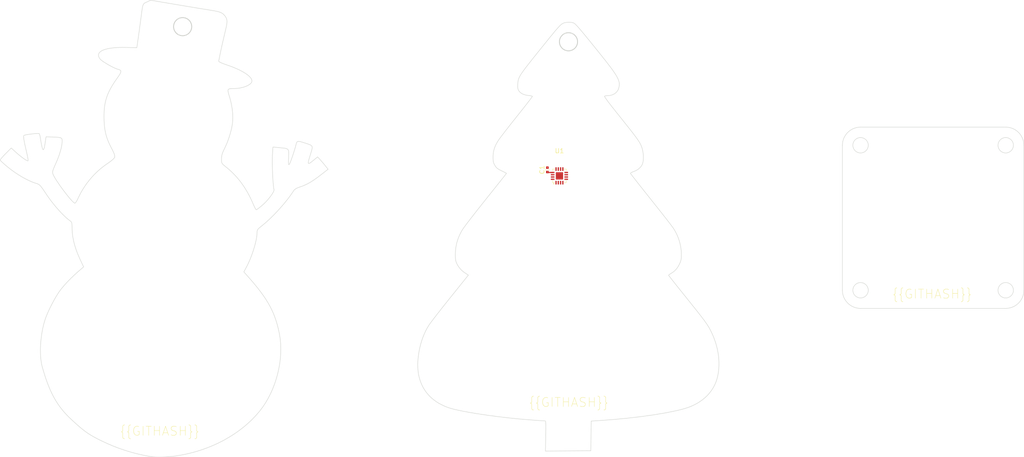
<source format=kicad_pcb>
(kicad_pcb (version 20221018) (generator pcbnew)
  (layers (0 "F.Cu" signal) (31 "B.Cu" signal) (34 "B.Paste" user) (35 "F.Paste" user) (36 "B.SilkS" user "B.Silkscreen") (37 "F.SilkS" user "F.Silkscreen") (38 "B.Mask" user) (39 "F.Mask" user) (44 "Edge.Cuts" user))
  (net 0 "")
  (net 1 "gnd")
  (net 2 "vcc-4")
  (net 3 "sck")
  (net 4 "n_c")
  (net 5 "vcc")
  (net 6 "sclk")
  (net 7 "mgl")
  (net 8 "pwm")
  (net 9 "miso")
  (net 10 "vcc-2")
  (net 11 "cs")
  (net 12 "mosi")
  (net 13 "vcc-3")
  (net 14 "vcc-1")
  (net 15 "ssd")
  (footprint "lib:VQFN-16_L3.0-W3.0-P0.50-BL-EP1.6" (layer "F.Cu") (at 159.235 88.545)
    (fp_text reference "U1" (at 0 -5.5) (layer "F.SilkS"))
    (fp_text value "")
    (fp_line (start -1.5 -1.5) (end -1.5 -1.04) (stroke (width 0.1)) (layer "F.SilkS"))
    (fp_line (start -1.5 -1.5) (end -1.05 -1.5) (stroke (width 0.1)) (layer "F.SilkS"))
    (fp_line (start -1.5 1.04) (end -1.5 1.5) (stroke (width 0.1)) (layer "F.SilkS"))
    (fp_line (start -1.5 1.5) (end -1.05 1.5) (stroke (width 0.1)) (layer "F.SilkS"))
    (fp_line (start 1.04 -1.5) (end 1.5 -1.5) (stroke (width 0.1)) (layer "F.SilkS"))
    (fp_line (start 1.04 1.5) (end 1.5 1.5) (stroke (width 0.1)) (layer "F.SilkS"))
    (fp_line (start 1.5 -1.04) (end 1.5 -1.5) (stroke (width 0.1)) (layer "F.SilkS"))
    (fp_line (start 1.5 1.5) (end 1.5 1.04) (stroke (width 0.1)) (layer "F.SilkS"))
    (fp_arc (start -1.25 1.74) (mid -1.245 1.75866) (end -1.25866 1.745) (stroke (width 0.25)) (layer "F.SilkS"))
    (pad "1" smd rect (at -0.75 1.5) (size 0.28 0.8) (layers "F.Cu" "F.Paste" "F.Mask") (net 15 "ssd"))
    (pad "2" smd rect (at -0.25 1.5) (size 0.28 0.8) (layers "F.Cu" "F.Paste" "F.Mask") (net 14 "vcc-1"))
    (pad "3" smd rect (at 0.25 1.5) (size 0.28 0.8) (layers "F.Cu" "F.Paste" "F.Mask") (net 13 "vcc-3"))
    (pad "4" smd rect (at 0.75 1.5) (size 0.28 0.8) (layers "F.Cu" "F.Paste" "F.Mask") (net 12 "mosi"))
    (pad "5" smd rect (at 1.5 0.75) (size 0.8 0.28) (layers "F.Cu" "F.Paste" "F.Mask") (net 11 "cs"))
    (pad "6" smd rect (at 1.5 0.25) (size 0.8 0.28) (layers "F.Cu" "F.Paste" "F.Mask") (net 10 "vcc-2"))
    (pad "7" smd rect (at 1.5 -0.25) (size 0.8 0.28) (layers "F.Cu" "F.Paste" "F.Mask") (net 9 "miso"))
    (pad "8" smd rect (at 1.5 -0.75) (size 0.8 0.28) (layers "F.Cu" "F.Paste" "F.Mask") (net 1 "gnd"))
    (pad "9" smd rect (at 0.75 -1.5) (size 0.28 0.8) (layers "F.Cu" "F.Paste" "F.Mask") (net 8 "pwm"))
    (pad "10" smd rect (at 0.25 -1.5) (size 0.28 0.8) (layers "F.Cu" "F.Paste" "F.Mask") (net 1 "gnd"))
    (pad "11" smd rect (at -0.25 -1.5) (size 0.28 0.8) (layers "F.Cu" "F.Paste" "F.Mask") (net 7 "mgl"))
    (pad "12" smd rect (at -0.75 -1.5) (size 0.28 0.8) (layers "F.Cu" "F.Paste" "F.Mask") (net 6 "sclk"))
    (pad "13" smd rect (at -1.5 -0.75) (size 0.8 0.28) (layers "F.Cu" "F.Paste" "F.Mask") (net 5 "vcc"))
    (pad "14" smd rect (at -1.5 -0.25) (size 0.8 0.28) (layers "F.Cu" "F.Paste" "F.Mask") (net 4 "n_c"))
    (pad "15" smd rect (at -1.5 0.25) (size 0.8 0.28) (layers "F.Cu" "F.Paste" "F.Mask") (net 3 "sck"))
    (pad "16" smd rect (at -1.5 0.75) (size 0.8 0.28) (layers "F.Cu" "F.Paste" "F.Mask") (net 2 "vcc-4"))
    (pad "17" smd rect (at 0 0 90) (size 1.6 1.6) (layers "F.Cu" "F.Paste" "F.Mask") (net 1 "gnd"))
  )
  (footprint "lib:C0402" (layer "F.Cu") (at 156.569325 87.212516 90)
    (fp_text reference "C1" (at 0 -1.16 90) (layer "F.SilkS"))
    (fp_text value "25V 1uF X5R ±10% 0402  Multilayer Ceramic Capacitors MLCC - SMD/SMT ROHS")
    (fp_line (start -0.107836 -0.36) (end 0.107836 -0.36) (stroke (width 0.12)) (layer "F.SilkS"))
    (fp_line (start -0.107836 0.36) (end 0.107836 0.36) (stroke (width 0.12)) (layer "F.SilkS"))
    (pad "1" smd roundrect (at -0.48 0 90) (size 0.56 0.62) (layers "F.Cu" "F.Paste" "F.Mask") (net 5 "vcc"))
    (pad "2" smd roundrect (at 0.48 0 90) (size 0.56 0.62) (layers "F.Cu" "F.Paste" "F.Mask") (net 1 "gnd"))
  )
  (gr_circle (center 225.62 81.79) (end 227.32 81.79) (stroke (width 0.1)) (fill none) (layer "Edge.Cuts"))
  (gr_circle (center 257.62 113.79) (end 259.32 113.79) (stroke (width 0.1)) (fill none) (layer "Edge.Cuts"))
  (gr_circle (center 257.62 81.79) (end 259.32 81.79) (stroke (width 0.1)) (fill none) (layer "Edge.Cuts"))
  (gr_poly (pts (xy 75.142222 50.797022) (xy 79.756606 51.568267) (xy 82.366969 51.99203) (xy 83.019066 52.095762) (xy 83.303876 52.146979) (xy 83.563537 52.198618) (xy 83.799806 52.251323) (xy 84.01444 52.305736) (xy 84.209196 52.362498) (xy 84.385831 52.422252) (xy 84.546102 52.485641) (xy 84.691766 52.553306) (xy 84.824581 52.62589) (xy 84.946303 52.704035) (xy 85.05869 52.788383) (xy 85.163499 52.879577) (xy 85.262486 52.978258) (xy 85.357409 53.08507) (xy 85.479286 53.234958) (xy 85.586233 53.378736) (xy 85.634185 53.44915) (xy 85.678498 53.519015) (xy 85.719202 53.588656) (xy 85.75633 53.658402) (xy 85.789911 53.728576) (xy 85.819976 53.799506) (xy 85.846558 53.871517) (xy 85.869686 53.944936) (xy 85.889392 54.020089) (xy 85.905707 54.097301) (xy 85.918662 54.176899) (xy 85.928287 54.259209) (xy 85.934615 54.344557) (xy 85.937675 54.433269) (xy 85.937499 54.525672) (xy 85.934119 54.62209) (xy 85.927564 54.722851) (xy 85.917866 54.82828) (xy 85.889166 55.054449) (xy 85.848266 55.303204) (xy 85.795414 55.577155) (xy 85.730859 55.878909) (xy 85.654849 56.211077) (xy 84.878546 59.55341) (xy 84.657875 60.550977) (xy 84.450892 61.532488) (xy 84.331406 62.116419) (xy 84.229648 62.629765) (xy 84.15639 63.017063) (xy 84.122409 63.222849) (xy 84.123062 63.236814) (xy 84.127967 63.251873) (xy 84.137065 63.268001) (xy 84.150302 63.285171) (xy 84.167619 63.303357) (xy 84.188962 63.322534) (xy 84.214273 63.342674) (xy 84.243497 63.363751) (xy 84.313454 63.408613) (xy 84.398381 63.456909) (xy 84.497828 63.50843) (xy 84.611342 63.562966) (xy 84.738473 63.620306) (xy 84.878767 63.680241) (xy 85.031775 63.742561) (xy 85.197043 63.807056) (xy 85.374121 63.873515) (xy 85.562558 63.94173) (xy 85.7619 64.011489) (xy 85.971698 64.082583) (xy 86.585981 64.296029) (xy 87.172975 64.516947) (xy 87.730729 64.744054) (xy 88.257293 64.976069) (xy 88.75072 65.211708) (xy 89.209058 65.449689) (xy 89.63036 65.68873) (xy 90.012676 65.927548) (xy 90.354056 66.16486) (xy 90.652552 66.399385) (xy 90.906214 66.629839) (xy 91.113092 66.85494) (xy 91.271238 67.073405) (xy 91.378702 67.283953) (xy 91.412819 67.385857) (xy 91.433535 67.485301) (xy 91.440605 67.582123) (xy 91.433787 67.676165) (xy 91.41712 67.753004) (xy 91.390362 67.829368) (xy 91.35383 67.905131) (xy 91.307839 67.980165) (xy 91.252707 68.054343) (xy 91.188749 68.12754) (xy 91.116281 68.199626) (xy 91.03562 68.270477) (xy 90.947082 68.339964) (xy 90.850984 68.407961) (xy 90.747641 68.47434) (xy 90.637371 68.538975) (xy 90.520488 68.601739) (xy 90.39731 68.662505) (xy 90.268153 68.721145) (xy 90.133332 68.777534) (xy 89.993165 68.831543) (xy 89.847967 68.883047) (xy 89.543745 68.978027) (xy 89.223197 69.06146) (xy 88.888852 69.132329) (xy 88.54324 69.189618) (xy 88.188892 69.232313) (xy 88.009232 69.24787) (xy 87.828337 69.259397) (xy 87.646523 69.266767) (xy 87.464106 69.269854) (xy 87.202959 69.272042) (xy 86.97453 69.277492) (xy 86.777472 69.288473) (xy 86.690288 69.296746) (xy 86.610443 69.307253) (xy 86.537768 69.320276) (xy 86.472096 69.3361) (xy 86.413258 69.355009) (xy 86.361087 69.377285) (xy 86.315414 69.403211) (xy 86.276071 69.433073) (xy 86.24289 69.467154) (xy 86.215703 69.505736) (xy 86.194342 69.549103) (xy 86.178638 69.59754) (xy 86.168424 69.65133) (xy 86.163532 69.710755) (xy 86.163793 69.776101) (xy 86.169039 69.847649) (xy 86.179102 69.925685) (xy 86.193814 70.010491) (xy 86.236514 70.20155) (xy 86.295792 70.423093) (xy 86.370304 70.677389) (xy 86.458705 70.966708) (xy 86.582128 71.384478) (xy 86.694998 71.803093) (xy 86.797211 72.221567) (xy 86.888665 72.638919) (xy 86.969257 73.054166) (xy 87.038885 73.466323) (xy 87.097447 73.874409) (xy 87.144838 74.277439) (xy 87.180958 74.674432) (xy 87.205702 75.064404) (xy 87.21897 75.446371) (xy 87.220657 75.819352) (xy 87.210662 76.182361) (xy 87.188881 76.534418) (xy 87.155212 76.874538) (xy 87.109553 77.201739) (xy 86.986123 77.871628) (xy 86.830027 78.558912) (xy 86.643845 79.255662) (xy 86.430157 79.953949) (xy 86.19154 80.645848) (xy 85.930575 81.323429) (xy 85.649841 81.978766) (xy 85.351916 82.60393) (xy 85.189192 82.938586) (xy 85.118752 83.093315) (xy 85.055229 83.240939) (xy 84.998352 83.382431) (xy 84.947849 83.518761) (xy 84.903447 83.650903) (xy 84.864875 83.779828) (xy 84.831859 83.906506) (xy 84.804129 84.031911) (xy 84.781412 84.157013) (xy 84.763435 84.282785) (xy 84.749927 84.410197) (xy 84.740615 84.540223) (xy 84.735228 84.673833) (xy 84.733493 84.811999) (xy 84.736223 85.129082) (xy 84.741369 85.261496) (xy 84.750575 85.379459) (xy 84.764997 85.485194) (xy 84.774524 85.534172) (xy 84.785789 85.580928) (xy 84.798934 85.625739) (xy 84.814106 85.668884) (xy 84.831447 85.710641) (xy 84.851104 85.751288) (xy 84.873219 85.791103) (xy 84.897937 85.830364) (xy 84.925403 85.869349) (xy 84.955761 85.908337) (xy 84.989155 85.947605) (xy 85.02573 85.987432) (xy 85.109 86.069873) (xy 85.206725 86.157886) (xy 85.320061 86.253696) (xy 85.598185 86.477602) (xy 86.096863 86.886277) (xy 86.577755 87.306529) (xy 87.04138 87.739064) (xy 87.488258 88.184586) (xy 87.918909 88.6438) (xy 88.333852 89.117412) (xy 88.733607 89.606125) (xy 89.118694 90.110646) (xy 89.489632 90.631678) (xy 89.846941 91.169927) (xy 90.19114 91.726098) (xy 90.52275 92.300895) (xy 90.84229 92.895024) (xy 91.150279 93.509189) (xy 91.447237 94.144095) (xy 91.733683 94.800448) (xy 91.84059 95.047283) (xy 91.945802 95.277558) (xy 92.046625 95.486234) (xy 92.140364 95.668271) (xy 92.224324 95.818627) (xy 92.295813 95.932265) (xy 92.326039 95.973739) (xy 92.352136 96.004143) (xy 92.373767 96.022848) (xy 92.382804 96.027616) (xy 92.390597 96.029223) (xy 92.399173 96.028006) (xy 92.410522 96.024397) (xy 92.441219 96.010237) (xy 92.482045 95.987221) (xy 92.53236 95.955824) (xy 92.591521 95.916524) (xy 92.658887 95.869798) (xy 92.815666 95.755976) (xy 92.997564 95.618173) (xy 93.199447 95.460204) (xy 93.416182 95.285885) (xy 93.642634 95.099032) (xy 93.891007 94.882848) (xy 94.141366 94.648628) (xy 94.390948 94.400061) (xy 94.636991 94.140836) (xy 94.87673 93.874641) (xy 95.107403 93.605164) (xy 95.326247 93.336095) (xy 95.530498 93.071122) (xy 95.717394 92.813933) (xy 95.884171 92.568218) (xy 96.028066 92.337665) (xy 96.146316 92.125962) (xy 96.236159 91.936798) (xy 96.294829 91.773863) (xy 96.311612 91.703383) (xy 96.319566 91.640844) (xy 96.318345 91.586706) (xy 96.307605 91.54143) (xy 96.264441 91.378418) (xy 96.221593 91.121805) (xy 96.138989 90.373142) (xy 96.064068 89.386161) (xy 96.001109 88.251583) (xy 95.954389 87.060129) (xy 95.928186 85.902519) (xy 95.926777 84.869474) (xy 95.95444 84.051714) (xy 96.07471 82.177477) (xy 97.36716 82.304781) (xy 98.13507 82.379263) (xy 98.441266 82.413109) (xy 98.700599 82.449744) (xy 98.916803 82.492956) (xy 99.009898 82.518212) (xy 99.09361 82.546534) (xy 99.168406 82.578395) (xy 99.234753 82.614268) (xy 99.293117 82.654627) (xy 99.343964 82.699946) (xy 99.387763 82.750698) (xy 99.424978 82.807357) (xy 99.456076 82.870396) (xy 99.481525 82.94029) (xy 99.501791 83.017511) (xy 99.51734 83.102533) (xy 99.536155 83.297877) (xy 99.541702 83.530109) (xy 99.537716 83.803018) (xy 99.51607 84.486025) (xy 99.501811 85.019341) (xy 99.495778 85.429631) (xy 99.49953 85.727933) (xy 99.505563 85.838537) (xy 99.514626 85.925284) (xy 99.526915 85.989553) (xy 99.542625 86.032723) (xy 99.551823 86.046828) (xy 99.56195 86.056175) (xy 99.573029 86.060938) (xy 99.585085 86.061289) (xy 99.612224 86.049443) (xy 99.643564 86.022019) (xy 99.679299 85.980395) (xy 99.719623 85.925951) (xy 99.770963 85.835961) (xy 99.83738 85.6921) (xy 100.00736 85.267042) (xy 100.213404 84.699332) (xy 100.439353 84.037526) (xy 100.669049 83.330178) (xy 100.886332 82.625845) (xy 101.075044 81.973082) (xy 101.219027 81.420443) (xy 101.232451 81.367288) (xy 101.246658 81.317349) (xy 101.261814 81.270604) (xy 101.278084 81.227032) (xy 101.295634 81.186611) (xy 101.314631 81.149321) (xy 101.33524 81.115138) (xy 101.357628 81.084043) (xy 101.381959 81.056013) (xy 101.4084 81.031027) (xy 101.437117 81.009064) (xy 101.468275 80.990102) (xy 101.502041 80.974119) (xy 101.538581 80.961095) (xy 101.578059 80.951007) (xy 101.620643 80.943835) (xy 101.666497 80.939556) (xy 101.715788 80.938149) (xy 101.768682 80.939594) (xy 101.825345 80.943867) (xy 101.885942 80.950949) (xy 101.950639 80.960817) (xy 102.019603 80.97345) (xy 102.092998 80.988826) (xy 102.170992 81.006924) (xy 102.253749 81.027723) (xy 102.434219 81.077337) (xy 102.635734 81.137495) (xy 102.859622 81.208025) (xy 103.581471 81.438726) (xy 103.868146 81.535185) (xy 104.108644 81.625316) (xy 104.212356 81.669476) (xy 104.305459 81.713816) (xy 104.388264 81.758923) (xy 104.461082 81.805384) (xy 104.524226 81.853787) (xy 104.578006 81.904719) (xy 104.622735 81.958768) (xy 104.658725 82.01652) (xy 104.686285 82.078563) (xy 104.705729 82.145484) (xy 104.717368 82.217871) (xy 104.721513 82.296311) (xy 104.718476 82.381392) (xy 104.708568 82.4737) (xy 104.692102 82.573823) (xy 104.669388 82.682348) (xy 104.606464 82.926954) (xy 104.522289 83.212218) (xy 104.300158 83.92351) (xy 104.076968 84.658354) (xy 103.993442 84.95378) (xy 103.929762 85.203046) (xy 103.886777 85.407528) (xy 103.865337 85.568604) (xy 103.862962 85.633296) (xy 103.866292 85.687652) (xy 103.875434 85.731846) (xy 103.890492 85.766049) (xy 103.911574 85.790433) (xy 103.938786 85.805172) (xy 103.972234 85.810436) (xy 104.012025 85.806398) (xy 104.058263 85.79323) (xy 104.111056 85.771105) (xy 104.236732 85.700671) (xy 104.3899 85.596472) (xy 104.571411 85.459887) (xy 105.02286 85.095065) (xy 105.918216 84.355181) (xy 106.388476 84.86751) (xy 106.496975 84.987739) (xy 106.625318 85.133369) (xy 106.92254 85.478508) (xy 107.242155 85.858286) (xy 107.546176 86.22806) (xy 108.2336 87.076296) (xy 106.72333 88.254687) (xy 106.031007 88.783192) (xy 105.392025 89.245391) (xy 105.089314 89.453516) (xy 104.796071 89.647331) (xy 104.511007 89.827593) (xy 104.232833 89.995056) (xy 103.960259 90.150478) (xy 103.691998 90.294613) (xy 103.426759 90.428217) (xy 103.163254 90.552046) (xy 102.900193 90.666855) (xy 102.636288 90.773401) (xy 102.370249 90.872439) (xy 102.100787 90.964724) (xy 101.955978 91.013649) (xy 101.818902 91.062832) (xy 101.689432 91.112348) (xy 101.567439 91.162273) (xy 101.452795 91.212683) (xy 101.345371 91.263651) (xy 101.245039 91.315254) (xy 101.151671 91.367567) (xy 101.065138 91.420665) (xy 100.985313 91.474624) (xy 100.912065 91.529517) (xy 100.845269 91.585421) (xy 100.784794 91.642412) (xy 100.730512 91.700563) (xy 100.682296 91.759951) (xy 100.640017 91.82065) (xy 100.313962 92.312951) (xy 99.958065 92.82026) (xy 99.575318 93.339289) (xy 99.168711 93.866747) (xy 98.741234 94.399346) (xy 98.295878 94.933795) (xy 97.835635 95.466804) (xy 97.363494 95.995083) (xy 96.882446 96.515343) (xy 96.395482 97.024295) (xy 95.905593 97.518647) (xy 95.415769 97.995111) (xy 94.929002 98.450396) (xy 94.44828 98.881213) (xy 93.976596 99.284272) (xy 93.51694 99.656283) (xy 93.364132 99.777198) (xy 93.228349 99.887118) (xy 93.108601 99.987555) (xy 93.003899 100.080022) (xy 92.913256 100.166032) (xy 92.835682 100.247098) (xy 92.770188 100.324733) (xy 92.741662 100.362737) (xy 92.715786 100.40045) (xy 92.692435 100.438062) (xy 92.671487 100.475762) (xy 92.652817 100.513738) (xy 92.636302 100.552181) (xy 92.621819 100.591279) (xy 92.609244 100.631221) (xy 92.589322 100.714395) (xy 92.575548 100.803215) (xy 92.566934 100.899195) (xy 92.56249 101.003847) (xy 92.561229 101.118685) (xy 92.548214 101.459191) (xy 92.510172 101.840399) (xy 92.448603 102.257479) (xy 92.365007 102.705605) (xy 92.260885 103.179948) (xy 92.137739 103.675679) (xy 91.997068 104.187971) (xy 91.840373 104.711996) (xy 91.669155 105.242926) (xy 91.484915 105.775933) (xy 91.289154 106.306188) (xy 91.083372 106.828864) (xy 90.86907 107.339132) (xy 90.647749 107.832164) (xy 90.420909 108.303133) (xy 90.190051 108.74721) (xy 89.658061 109.729433) (xy 90.799319 111.025652) (xy 91.552256 111.894452) (xy 92.247519 112.726345) (xy 92.887901 113.52649) (xy 93.476195 114.300047) (xy 94.015193 115.052178) (xy 94.507688 115.788042) (xy 94.956473 116.5128) (xy 95.364341 117.231612) (xy 95.734083 117.949638) (xy 96.068493 118.672038) (xy 96.370364 119.403974) (xy 96.642488 120.150605) (xy 96.887657 120.917091) (xy 97.108665 121.708593) (xy 97.308304 122.530271) (xy 97.489367 123.387286) (xy 97.659586 124.435519) (xy 97.764545 125.512723) (xy 97.805707 126.613102) (xy 97.784533 127.73086) (xy 97.702485 128.860202) (xy 97.561026 129.995332) (xy 97.361618 131.130454) (xy 97.105722 132.259774) (xy 96.794801 133.377494) (xy 96.430316 134.47782) (xy 96.01373 135.554956) (xy 95.546505 136.603107) (xy 95.030102 137.616476) (xy 94.465984 138.589268) (xy 93.855613 139.515689) (xy 93.20045 140.389941) (xy 92.386005 141.350273) (xy 91.510226 142.273552) (xy 90.576227 143.158109) (xy 89.587122 144.002278) (xy 88.546024 144.80439) (xy 87.456048 145.562779) (xy 86.320308 146.275777) (xy 85.141916 146.941716) (xy 83.923988 147.558929) (xy 82.669636 148.125749) (xy 81.381976 148.640508) (xy 80.06412 149.101539) (xy 78.719182 149.507174) (xy 77.350277 149.855747) (xy 75.960518 150.145589) (xy 74.553019 150.375033) (xy 73.862872 150.459306) (xy 73.131633 150.525975) (xy 72.383923 150.574372) (xy 71.644361 150.603827) (xy 70.93757 150.613671) (xy 70.288169 150.603235) (xy 69.720779 150.57185) (xy 69.475532 150.548093) (xy 69.26002 150.518847) (xy 69.260051 150.518832) (xy 67.831835 150.262486) (xy 66.416949 149.953785) (xy 65.016193 149.592984) (xy 63.630368 149.180338) (xy 62.260274 148.716103) (xy 60.90671 148.200532) (xy 59.570477 147.633881) (xy 58.252375 147.016405) (xy 57.283074 146.528505) (xy 56.847829 146.298277) (xy 56.438641 146.072324) (xy 56.050351 145.846994) (xy 55.6778 145.618633) (xy 55.315827 145.383588) (xy 54.959273 145.138205) (xy 54.602979 144.87883) (xy 54.241783 144.601811) (xy 53.870528 144.303492) (xy 53.484054 143.980222) (xy 52.644807 143.244211) (xy 51.682765 142.36455) (xy 51.097036 141.804159) (xy 50.54538 141.238954) (xy 50.025658 140.665073) (xy 49.535731 140.078649) (xy 49.07346 139.475819) (xy 48.636705 138.852719) (xy 48.223328 138.205483) (xy 47.831189 137.530249) (xy 47.458149 136.823151) (xy 47.10207 136.080325) (xy 46.760812 135.297907) (xy 46.432236 134.472032) (xy 46.114202 133.598836) (xy 45.804573 132.674455) (xy 45.501208 131.695024) (xy 45.201968 130.656679) (xy 45.078569 130.147371) (xy 44.978794 129.594224) (xy 44.90231 129.00242) (xy 44.848785 128.377144) (xy 44.817886 127.723579) (xy 44.809281 127.046907) (xy 44.822637 126.352311) (xy 44.857621 125.644974) (xy 44.913901 124.93008) (xy 44.991145 124.212811) (xy 45.089019 123.498351) (xy 45.207191 122.791883) (xy 45.345328 122.098589) (xy 45.503099 121.423652) (xy 45.68017 120.772256) (xy 45.876208 120.149584) (xy 46.005143 119.787909) (xy 46.154924 119.401263) (xy 46.508073 118.570286) (xy 46.917749 117.69111) (xy 47.366047 116.79819) (xy 47.83506 115.92598) (xy 48.306883 115.108937) (xy 48.76361 114.381515) (xy 48.980717 114.062179) (xy 49.187335 113.77817) (xy 49.387433 113.519297) (xy 49.599256 113.255538) (xy 50.056372 112.715109) (xy 50.555279 112.160374) (xy 51.092575 111.594824) (xy 51.664855 111.021952) (xy 52.268718 110.445248) (xy 52.900758 109.868205) (xy 53.557574 109.294314) (xy 54.329783 108.634142) (xy 53.616031 107.110232) (xy 53.390001 106.6154) (xy 53.179365 106.128819) (xy 52.984012 105.650049) (xy 52.803829 105.178652) (xy 52.638704 104.71419) (xy 52.488525 104.256224) (xy 52.353181 103.804315) (xy 52.232559 103.358025) (xy 52.126547 102.916915) (xy 52.035034 102.480548) (xy 51.957906 102.048484) (xy 51.895053 101.620284) (xy 51.846363 101.195511) (xy 51.811722 100.773726) (xy 51.79102 100.35449) (xy 51.784144 99.937365) (xy 51.780657 99.620612) (xy 51.776007 99.482669) (xy 51.769161 99.357285) (xy 51.759927 99.243666) (xy 51.748111 99.141014) (xy 51.733519 99.048534) (xy 51.715958 98.96543) (xy 51.695233 98.890904) (xy 51.671153 98.824161) (xy 51.643523 98.764406) (xy 51.612149 98.71084) (xy 51.576839 98.662669) (xy 51.537399 98.619096) (xy 51.493635 98.579325) (xy 51.445353 98.542559) (xy 51.149902 98.324092) (xy 50.839064 98.073347) (xy 50.514896 97.792628) (xy 50.179453 97.484238) (xy 49.834791 97.150482) (xy 49.482966 96.793665) (xy 49.126033 96.41609) (xy 48.766047 96.020062) (xy 48.405065 95.607885) (xy 48.045142 95.181864) (xy 47.688333 94.744302) (xy 47.336694 94.297504) (xy 46.992281 93.843774) (xy 46.657149 93.385417) (xy 46.333354 92.924737) (xy 46.022952 92.464037) (xy 45.611719 91.844971) (xy 45.279782 91.362091) (xy 45.137757 91.165551) (xy 45.008606 90.995655) (xy 44.89001 90.849933) (xy 44.779654 90.725918) (xy 44.675221 90.621143) (xy 44.574392 90.533138) (xy 44.474852 90.459437) (xy 44.374284 90.397571) (xy 44.27037 90.345073) (xy 44.160793 90.299474) (xy 44.043237 90.258307) (xy 43.915385 90.219103) (xy 43.593888 90.117525) (xy 43.255864 89.996009) (xy 42.903268 89.855657) (xy 42.538058 89.697573) (xy 42.162189 89.522858) (xy 41.777618 89.332616) (xy 41.386301 89.127951) (xy 40.990194 88.909964) (xy 40.591254 88.679759) (xy 40.191438 88.438438) (xy 39.792701 88.187105) (xy 39.396999 87.926862) (xy 39.00629 87.658812) (xy 38.622529 87.384058) (xy 38.247673 87.103703) (xy 37.883677 86.81885) (xy 37.49456 86.502783) (xy 37.131548 86.199554) (xy 36.802586 85.916398) (xy 36.515619 85.660548) (xy 36.278593 85.439239) (xy 36.099452 85.259705) (xy 36.034071 85.187865) (xy 35.986141 85.129182) (xy 35.956654 85.08456) (xy 35.946605 85.054903) (xy 35.948192 85.042433) (xy 35.952903 85.026953) (xy 35.971384 84.987332) (xy 36.001425 84.936776) (xy 36.042403 84.876021) (xy 36.093695 84.805804) (xy 36.154681 84.726859) (xy 36.224736 84.639924) (xy 36.303239 84.545735) (xy 36.389567 84.445026) (xy 36.483097 84.338536) (xy 36.689276 84.11115) (xy 36.916796 83.869466) (xy 37.037003 83.745102) (xy 37.160678 83.619372) (xy 38.374759 82.395922) (xy 39.365809 83.301684) (xy 39.814301 83.698656) (xy 40.266196 84.075272) (xy 40.704205 84.419302) (xy 41.111041 84.718514) (xy 41.469414 84.960676) (xy 41.625024 85.056541) (xy 41.762035 85.133557) (xy 41.878286 85.190195) (xy 41.971615 85.224926) (xy 42.039863 85.236222) (xy 42.063905 85.232603) (xy 42.080867 85.222552) (xy 42.085566 85.215268) (xy 42.089233 85.203934) (xy 42.093537 85.169549) (xy 42.093921 85.120268) (xy 42.090523 85.056964) (xy 42.083485 84.98051) (xy 42.072948 84.891778) (xy 42.059051 84.79164) (xy 42.041937 84.68097) (xy 41.998614 84.43152) (xy 41.944105 84.150408) (xy 41.879534 83.844615) (xy 41.806025 83.52112) (xy 41.578977 82.541169) (xy 41.399614 81.732306) (xy 41.265507 81.079136) (xy 41.174225 80.56626) (xy 41.123338 80.17828) (xy 41.112283 80.026315) (xy 41.110416 79.899799) (xy 41.117432 79.796809) (xy 41.133029 79.71542) (xy 41.156901 79.653706) (xy 41.188746 79.609743) (xy 41.213078 79.592846) (xy 41.252556 79.575085) (xy 41.372962 79.537437) (xy 41.541984 79.497733) (xy 41.751641 79.456905) (xy 42.26094 79.37561) (xy 42.837013 79.301016) (xy 43.416018 79.240586) (xy 43.934111 79.201782) (xy 44.150364 79.192822) (xy 44.327447 79.192067) (xy 44.45738 79.20045) (xy 44.532183 79.218905) (xy 44.538527 79.223215) (xy 44.545097 79.229471) (xy 44.551878 79.23762) (xy 44.558855 79.247608) (xy 44.573336 79.272888) (xy 44.588416 79.304879) (xy 44.603974 79.343154) (xy 44.619887 79.387282) (xy 44.636031 79.436835) (xy 44.652284 79.491383) (xy 44.668525 79.550496) (xy 44.684629 79.613746) (xy 44.700475 79.680703) (xy 44.715939 79.750937) (xy 44.7309 79.82402) (xy 44.745234 79.899521) (xy 44.75882 79.977012) (xy 44.771533 80.056063) (xy 44.946351 81.130774) (xy 45.025944 81.564983) (xy 45.101061 81.931234) (xy 45.172253 82.230134) (xy 45.24007 82.462288) (xy 45.305063 82.628302) (xy 45.336673 82.686696) (xy 45.367783 82.728781) (xy 45.398463 82.754634) (xy 45.428781 82.764331) (xy 45.458807 82.757947) (xy 45.488608 82.735557) (xy 45.518254 82.697238) (xy 45.547814 82.643066) (xy 45.606951 82.487462) (xy 45.666568 82.269351) (xy 45.727218 81.98934) (xy 45.78945 81.648032) (xy 45.853816 81.246035) (xy 46.055377 79.918581) (xy 47.417926 79.96628) (xy 48.109143 79.993687) (xy 48.392021 80.009194) (xy 48.636741 80.027435) (xy 48.846051 80.049559) (xy 49.022696 80.076715) (xy 49.169424 80.110051) (xy 49.288982 80.150717) (xy 49.339431 80.174158) (xy 49.384117 80.199861) (xy 49.423385 80.227972) (xy 49.457577 80.258632) (xy 49.487036 80.291987) (xy 49.512107 80.32818) (xy 49.533132 80.367353) (xy 49.550455 80.409652) (xy 49.575367 80.504197) (xy 49.589592 80.612965) (xy 49.595876 80.737105) (xy 49.596965 80.877764) (xy 49.590289 81.099803) (xy 49.571905 81.336737) (xy 49.542029 81.587807) (xy 49.500879 81.852253) (xy 49.448672 82.129318) (xy 49.385623 82.418243) (xy 49.311951 82.718269) (xy 49.227873 83.028637) (xy 49.133604 83.34859) (xy 49.029362 83.677367) (xy 48.915364 84.014212) (xy 48.791827 84.358364) (xy 48.658967 84.709065) (xy 48.517002 85.065558) (xy 48.366148 85.427082) (xy 48.206622 85.792879) (xy 47.949769 86.374791) (xy 47.755997 86.832451) (xy 47.68104 87.021721) (xy 47.619784 87.188367) (xy 47.571537 87.335205) (xy 47.535609 87.465048) (xy 47.511311 87.580709) (xy 47.497952 87.685002) (xy 47.494842 87.78074) (xy 47.501291 87.870737) (xy 47.516609 87.957807) (xy 47.540106 88.044763) (xy 47.571091 88.134418) (xy 47.608874 88.229586) (xy 47.761079 88.551834) (xy 47.975096 88.939463) (xy 48.241913 89.380584) (xy 48.55252 89.863307) (xy 49.269066 90.905997) (xy 50.052651 91.972411) (xy 50.831193 92.967426) (xy 51.196047 93.408433) (xy 51.532609 93.795921) (xy 51.831869 94.117998) (xy 52.084818 94.362774) (xy 52.282443 94.518359) (xy 52.357694 94.558989) (xy 52.415736 94.572863) (xy 52.426811 94.571375) (xy 52.439084 94.56696) (xy 52.452509 94.559691) (xy 52.467041 94.549641) (xy 52.482633 94.536883) (xy 52.499239 94.521489) (xy 52.516813 94.503532) (xy 52.535309 94.483086) (xy 52.574881 94.435018) (xy 52.617586 94.377866) (xy 52.663055 94.312214) (xy 52.710918 94.238646) (xy 52.760808 94.157745) (xy 52.812354 94.070093) (xy 52.865187 93.976276) (xy 52.918939 93.876875) (xy 52.97324 93.772474) (xy 53.02772 93.663657) (xy 53.082012 93.551007) (xy 53.135745 93.435107) (xy 53.405424 92.869327) (xy 53.69623 92.311615) (xy 54.007442 91.76282) (xy 54.338342 91.223792) (xy 54.688208 90.695381) (xy 55.05632 90.178436) (xy 55.441958 89.673808) (xy 55.844402 89.182347) (xy 56.262932 88.704901) (xy 56.696828 88.242322) (xy 57.145369 87.795459) (xy 57.607836 87.365163) (xy 58.083508 86.952281) (xy 58.571665 86.557666) (xy 59.071586 86.182166) (xy 59.582553 85.826632) (xy 59.914962 85.598282) (xy 60.214172 85.3804) (xy 60.477869 85.17504) (xy 60.595674 85.077698) (xy 60.703732 84.984257) (xy 60.801753 84.894974) (xy 60.889447 84.810106) (xy 60.966524 84.72991) (xy 61.032694 84.654642) (xy 61.087669 84.584559) (xy 61.131158 84.519919) (xy 61.162872 84.460977) (xy 61.182521 84.407992) (xy 61.189444 84.378526) (xy 61.194656 84.347449) (xy 61.198136 84.314702) (xy 61.199864 84.280227) (xy 61.197977 84.205863) (xy 61.188829 84.123892) (xy 61.172254 84.033852) (xy 61.148084 83.935279) (xy 61.116154 83.82771) (xy 61.076297 83.71068) (xy 61.028345 83.583727) (xy 60.972134 83.446388) (xy 60.907495 83.298197) (xy 60.834263 83.138693) (xy 60.75227 82.967412) (xy 60.661351 82.783889) (xy 60.561339 82.587662) (xy 60.452067 82.378268) (xy 60.237971 81.961359) (xy 60.041673 81.555601) (xy 59.862568 81.158484) (xy 59.700049 80.767498) (xy 59.553508 80.380135) (xy 59.422339 79.993885) (xy 59.305935 79.60624) (xy 59.203689 79.21469) (xy 59.114995 78.816725) (xy 59.039245 78.409838) (xy 58.975833 77.991518) (xy 58.924151 77.559256) (xy 58.883594 77.110544) (xy 58.853553 76.642872) (xy 58.833423 76.153731) (xy 58.822596 75.640612) (xy 58.82378 75.019765) (xy 58.843433 74.425285) (xy 58.882591 73.854032) (xy 58.942291 73.302869) (xy 59.023569 72.768658) (xy 59.127459 72.248262) (xy 59.255 71.738542) (xy 59.407225 71.236361) (xy 59.585172 70.73858) (xy 59.789877 70.242062) (xy 60.022374 69.743669) (xy 60.283701 69.240263) (xy 60.574893 68.728705) (xy 60.896986 68.205859) (xy 61.251015 67.668586) (xy 61.638018 67.113749) (xy 61.84244 66.825076) (xy 62.020375 66.566593) (xy 62.17201 66.336298) (xy 62.29753 66.132187) (xy 62.397121 65.95226) (xy 62.470968 65.794512) (xy 62.498296 65.72333) (xy 62.519258 65.656942) (xy 62.533877 65.595098) (xy 62.542176 65.537547) (xy 62.544179 65.484039) (xy 62.539908 65.434323) (xy 62.529387 65.388151) (xy 62.512639 65.34527) (xy 62.489688 65.305431) (xy 62.460556 65.268384) (xy 62.425267 65.233878) (xy 62.383844 65.201662) (xy 62.33631 65.171487) (xy 62.282689 65.143103) (xy 62.157276 65.090703) (xy 62.007792 65.042459) (xy 61.834422 64.996371) (xy 61.657986 64.943069) (xy 61.445562 64.862593) (xy 61.203024 64.758325) (xy 60.93625 64.633653) (xy 60.353499 64.336631) (xy 59.744319 63.998608) (xy 59.155721 63.646664) (xy 58.634716 63.307879) (xy 58.414252 63.151884) (xy 58.228316 63.009334) (xy 58.082783 62.883614) (xy 57.983531 62.778109) (xy 57.869943 62.622242) (xy 57.777351 62.470362) (xy 57.705558 62.322559) (xy 57.654369 62.178917) (xy 57.623588 62.039526) (xy 57.613018 61.904471) (xy 57.622463 61.773839) (xy 57.651728 61.647718) (xy 57.700616 61.526195) (xy 57.768931 61.409356) (xy 57.856477 61.297289) (xy 57.963058 61.190081) (xy 58.088479 61.087819) (xy 58.232542 60.99059) (xy 58.395052 60.89848) (xy 58.575812 60.811578) (xy 58.774627 60.72997) (xy 58.991301 60.653743) (xy 59.225638 60.582984) (xy 59.477441 60.51778) (xy 59.746514 60.458218) (xy 60.032661 60.404385) (xy 60.335687 60.356369) (xy 60.655395 60.314256) (xy 60.991589 60.278134) (xy 61.344073 60.248089) (xy 61.712651 60.224208) (xy 62.097127 60.20658) (xy 62.497305 60.195289) (xy 62.912988 60.190424) (xy 63.343981 60.192072) (xy 63.790088 60.20032) (xy 66.056857 60.258219) (xy 66.273486 58.80189) (xy 66.542465 56.891029) (xy 66.884944 54.341891) (xy 67.190183 52.053843) (xy 67.248082 51.679802) (xy 67.303557 51.37005) (xy 67.359078 51.117137) (xy 67.417116 50.913616) (xy 67.48014 50.752035) (xy 67.55062 50.624945) (xy 67.631027 50.524898) (xy 67.72383 50.444442) (xy 67.831501 50.37613) (xy 67.956508 50.312512) (xy 68.268412 50.169558) (xy 69.100734 49.778315)) (stroke (width 0.1)) (fill none) (layer "Edge.Cuts"))
  (gr_arc (start 261.62 113.79) (mid 260.448427 116.618427) (end 257.62 117.79) (stroke (width 0.1)) (layer "Edge.Cuts"))
  (gr_arc (start 225.62 117.79) (mid 222.791573 116.618427) (end 221.62 113.79) (stroke (width 0.1)) (layer "Edge.Cuts"))
  (gr_line (start 261.62 113.79) (end 261.62 81.79) (stroke (width 0.1)) (layer "Edge.Cuts"))
  (gr_circle (center 161.229974 58.946031) (end 163.229974 58.946031) (stroke (width 0.2)) (fill none) (layer "Edge.Cuts"))
  (gr_line (start 221.62 81.79) (end 221.62 113.79) (stroke (width 0.1)) (layer "Edge.Cuts"))
  (gr_arc (start 257.62 77.79) (mid 260.448427 78.961573) (end 261.62 81.79) (stroke (width 0.1)) (layer "Edge.Cuts"))
  (gr_poly (pts (xy 161.429183 54.643361) (xy 161.588699 54.648976) (xy 161.743405 54.660128) (xy 161.8913 54.67685) (xy 162.030385 54.699174) (xy 162.158659 54.727132) (xy 162.274122 54.760758) (xy 162.374774 54.800082) (xy 162.418214 54.822065) (xy 162.465501 54.850416) (xy 162.517128 54.885713) (xy 162.573587 54.928531) (xy 162.702967 55.039035) (xy 162.857578 55.186538) (xy 163.041357 55.37565) (xy 163.258241 55.610981) (xy 163.512165 55.897139) (xy 163.807067 56.238735) (xy 164.146884 56.640378) (xy 164.53555 57.106678) (xy 164.977005 57.642244) (xy 165.475183 58.251687) (xy 166.657456 59.710639) (xy 168.113864 61.520411) (xy 169.490282 63.25197) (xy 170.562092 64.650979) (xy 170.993296 65.243203) (xy 171.359779 65.7732) (xy 171.665351 66.247941) (xy 171.913823 66.674396) (xy 172.109006 67.059535) (xy 172.254708 67.41033) (xy 172.354741 67.733749) (xy 172.412915 68.036764) (xy 172.433041 68.326344) (xy 172.418927 68.609461) (xy 172.374385 68.893084) (xy 172.303226 69.184183) (xy 172.274597 69.278158) (xy 172.242 69.369887) (xy 172.205507 69.459324) (xy 172.165188 69.546423) (xy 172.121114 69.631137) (xy 172.073357 69.713419) (xy 172.021987 69.793223) (xy 171.967076 69.870502) (xy 171.908694 69.945208) (xy 171.846914 70.017296) (xy 171.781806 70.08672) (xy 171.71344 70.153431) (xy 171.641889 70.217383) (xy 171.567223 70.278531) (xy 171.489513 70.336826) (xy 171.408831 70.392223) (xy 171.325247 70.444674) (xy 171.238833 70.494134) (xy 171.14966 70.540554) (xy 171.057799 70.58389) (xy 170.96332 70.624093) (xy 170.866295 70.661118) (xy 170.766796 70.694917) (xy 170.664893 70.725444) (xy 170.560657 70.752652) (xy 170.45416 70.776495) (xy 170.345472 70.796926) (xy 170.234664 70.813898) (xy 170.121809 70.827364) (xy 170.006976 70.837278) (xy 169.890237 70.843593) (xy 169.771663 70.846262) (xy 169.726607 70.847177) (xy 169.681188 70.849133) (xy 169.590479 70.855957) (xy 169.501974 70.8663) (xy 169.418107 70.879728) (xy 169.378675 70.887463) (xy 169.341315 70.895806) (xy 169.306334 70.904703) (xy 169.274034 70.9141) (xy 169.244721 70.923942) (xy 169.218699 70.934176) (xy 169.196272 70.944746) (xy 169.177745 70.955599) (xy 169.171643 70.965792) (xy 169.172154 70.983757) (xy 169.17922 71.009417) (xy 169.192785 71.042693) (xy 169.239181 71.131786) (xy 169.310885 71.250417) (xy 169.407439 71.397965) (xy 169.528385 71.573811) (xy 169.673265 71.777334) (xy 169.841623 72.007915) (xy 170.246938 72.547768) (xy 170.740668 73.18841) (xy 171.319154 73.924882) (xy 171.978732 74.752222) (xy 174.641332 78.093405) (xy 175.537111 79.246786) (xy 176.200008 80.134787) (xy 176.673118 80.816979) (xy 176.99954 81.352933) (xy 177.222371 81.802218) (xy 177.384708 82.224406) (xy 177.462833 82.472098) (xy 177.531331 82.72855) (xy 177.59016 82.991701) (xy 177.639284 83.259489) (xy 177.678662 83.529854) (xy 177.708257 83.800735) (xy 177.728028 84.070071) (xy 177.737937 84.335802) (xy 177.737946 84.595867) (xy 177.728014 84.848205) (xy 177.708104 85.090755) (xy 177.678176 85.321456) (xy 177.638191 85.538248) (xy 177.588111 85.739069) (xy 177.527896 85.92186) (xy 177.457507 86.084559) (xy 177.391656 86.207668) (xy 177.318059 86.327563) (xy 177.236853 86.444134) (xy 177.148173 86.557272) (xy 177.052156 86.666869) (xy 176.948938 86.772814) (xy 176.838657 86.874999) (xy 176.721448 86.973315) (xy 176.597448 87.067652) (xy 176.466794 87.157903) (xy 176.32962 87.243956) (xy 176.186065 87.325705) (xy 176.036265 87.403039) (xy 175.880355 87.475849) (xy 175.718473 87.544027) (xy 175.550754 87.607462) (xy 175.482045 87.632835) (xy 175.415483 87.658969) (xy 175.351405 87.685667) (xy 175.290146 87.712731) (xy 175.23204 87.739963) (xy 175.177423 87.767164) (xy 175.126631 87.794136) (xy 175.079997 87.820681) (xy 175.037859 87.846601) (xy 175.00055 87.871698) (xy 174.968407 87.895773) (xy 174.941764 87.918629) (xy 174.920956 87.940066) (xy 174.90632 87.959888) (xy 174.898189 87.977896) (xy 174.896668 87.986157) (xy 174.8969 87.993891) (xy 174.922027 88.037315) (xy 174.991394 88.135797) (xy 175.25375 88.486297) (xy 176.209258 89.720013) (xy 177.617844 91.508896) (xy 179.333926 93.666804) (xy 181.092323 95.879526) (xy 182.616098 97.817656) (xy 183.742073 99.272256) (xy 184.307071 100.034388) (xy 184.515284 100.360502) (xy 184.7117 100.694247) (xy 184.896111 101.034954) (xy 185.068309 101.381957) (xy 185.228084 101.734588) (xy 185.375229 102.092181) (xy 185.509535 102.454068) (xy 185.630794 102.819582) (xy 185.738797 103.188056) (xy 185.833335 103.558822) (xy 185.914201 103.931214) (xy 185.981186 104.304563) (xy 186.034081 104.678204) (xy 186.072678 105.051468) (xy 186.096768 105.423689) (xy 186.106143 105.794199) (xy 186.105091 106.172735) (xy 186.095928 106.491761) (xy 186.087599 106.633067) (xy 186.076394 106.764426) (xy 186.062032 106.887483) (xy 186.044229 107.003882) (xy 186.022703 107.115265) (xy 185.997171 107.223277) (xy 185.967351 107.329562) (xy 185.932961 107.435763) (xy 185.893716 107.543524) (xy 185.849336 107.654488) (xy 185.744037 107.892603) (xy 185.654537 108.079442) (xy 185.563285 108.257402) (xy 185.469989 108.426825) (xy 185.374358 108.588053) (xy 185.276102 108.741425) (xy 185.174928 108.887283) (xy 185.070547 109.025968) (xy 184.962667 109.15782) (xy 184.850997 109.283181) (xy 184.735246 109.402392) (xy 184.615122 109.515794) (xy 184.490336 109.623727) (xy 184.360596 109.726532) (xy 184.22561 109.824551) (xy 184.085088 109.918125) (xy 183.938739 110.007593) (xy 183.810996 110.084401) (xy 183.691836 110.159793) (xy 183.583867 110.231854) (xy 183.489696 110.298666) (xy 183.41193 110.358313) (xy 183.380014 110.384851) (xy 183.353176 110.408878) (xy 183.331744 110.430155) (xy 183.316042 110.448443) (xy 183.306397 110.463502) (xy 183.303947 110.469746) (xy 183.303134 110.475092) (xy 183.318272 110.503511) (xy 183.362609 110.567965) (xy 183.532916 110.797359) (xy 183.802115 111.148045) (xy 184.158269 111.604794) (xy 185.08369 112.775559) (xy 186.213672 114.187815) (xy 189.362188 118.120691) (xy 190.402126 119.447898) (xy 191.169656 120.462983) (xy 191.727633 121.251467) (xy 192.13891 121.898876) (xy 192.466342 122.490732) (xy 192.772785 123.112559) (xy 193.051147 123.726705) (xy 193.303988 124.346147) (xy 193.531154 124.969731) (xy 193.732492 125.596305) (xy 193.907848 126.224716) (xy 194.05707 126.853811) (xy 194.180003 127.482437) (xy 194.276494 128.109442) (xy 194.346391 128.733673) (xy 194.389538 129.353977) (xy 194.405784 129.969202) (xy 194.394974 130.578194) (xy 194.356955 131.1798) (xy 194.291575 131.772869) (xy 194.198678 132.356247) (xy 194.078113 132.928782) (xy 193.929544 133.476781) (xy 193.74781 134.009233) (xy 193.533455 134.525547) (xy 193.287022 135.025131) (xy 193.009057 135.507395) (xy 192.700103 135.971748) (xy 192.360704 136.4176) (xy 191.991405 136.844359) (xy 191.592749 137.251434) (xy 191.165282 137.638235) (xy 190.709547 138.004171) (xy 190.226087 138.348651) (xy 189.715449 138.671084) (xy 189.178175 138.970879) (xy 188.61481 139.247446) (xy 188.025897 139.500193) (xy 187.387382 139.730873) (xy 186.62691 139.962173) (xy 185.752713 140.192844) (xy 184.773022 140.421641) (xy 182.530085 140.868622) (xy 179.96395 141.293139) (xy 177.140466 141.685214) (xy 174.125485 142.034872) (xy 170.984858 142.332135) (xy 167.784435 142.567026) (xy 166.231372 142.664027) (xy 166.19247 145.936793) (xy 166.153667 149.209559) (xy 161.14812 149.247553) (xy 156.142551 149.285548) (xy 156.211231 145.955256) (xy 156.23825 144.264273) (xy 156.238691 143.682086) (xy 156.22939 143.24944) (xy 156.209575 142.946836) (xy 156.195482 142.838207) (xy 156.178471 142.754778) (xy 156.158445 142.69411) (xy 156.135307 142.653767) (xy 156.108961 142.631312) (xy 156.079311 142.624308) (xy 155.214992 142.57575) (xy 153.588337 142.458798) (xy 151.746032 142.31468) (xy 150.23476 142.184626) (xy 147.951424 141.950142) (xy 145.645248 141.676286) (xy 143.382545 141.373503) (xy 141.229626 141.052239) (xy 139.252805 140.722941) (xy 137.518395 140.396054) (xy 136.092708 140.082025) (xy 135.042056 139.7913) (xy 134.381421 139.556594) (xy 133.752014 139.295735) (xy 133.153989 139.00888) (xy 132.587501 138.696185) (xy 132.052705 138.357807) (xy 131.549756 137.993902) (xy 131.078809 137.604627) (xy 130.64002 137.190138) (xy 130.233542 136.750592) (xy 129.859531 136.286146) (xy 129.518141 135.796955) (xy 129.209529 135.283176) (xy 128.933847 134.744967) (xy 128.691252 134.182482) (xy 128.481899 133.59588) (xy 128.305942 132.985316) (xy 128.169056 132.349397) (xy 128.072975 131.677754) (xy 128.016707 130.975694) (xy 127.999256 130.248525) (xy 128.019631 129.501555) (xy 128.076838 128.740093) (xy 128.169883 127.969445) (xy 128.297773 127.19492) (xy 128.459515 126.421826) (xy 128.654115 125.65547) (xy 128.880581 124.901161) (xy 129.137918 124.164206) (xy 129.425134 123.449914) (xy 129.741235 122.763591) (xy 130.085228 122.110547) (xy 130.456119 121.496088) (xy 130.678839 121.176405) (xy 131.044408 120.681658) (xy 131.533542 120.036727) (xy 132.126955 119.266491) (xy 133.549488 117.449628) (xy 135.157733 115.430109) (xy 139.156955 110.449519) (xy 138.361812 109.926661) (xy 138.191303 109.808793) (xy 138.024907 109.682349) (xy 137.863136 109.547997) (xy 137.706502 109.406407) (xy 137.555518 109.258246) (xy 137.410696 109.104183) (xy 137.27255 108.944887) (xy 137.141591 108.781027) (xy 137.018333 108.613271) (xy 136.903287 108.442289) (xy 136.796967 108.268748) (xy 136.699885 108.093317) (xy 136.612554 107.916666) (xy 136.535485 107.739462) (xy 136.469192 107.562375) (xy 136.414188 107.386072) (xy 136.393025 107.303561) (xy 136.373683 107.213821) (xy 136.356172 107.117074) (xy 136.340506 107.013541) (xy 136.326696 106.903442) (xy 136.314755 106.786999) (xy 136.296527 106.535963) (xy 136.28592 106.262201) (xy 136.28303 105.96748) (xy 136.287955 105.653567) (xy 136.300792 105.32223) (xy 136.322244 104.998512) (xy 136.354436 104.675622) (xy 136.397314 104.353731) (xy 136.450821 104.033012) (xy 136.514903 103.713637) (xy 136.589505 103.395777) (xy 136.67457 103.079605) (xy 136.770045 102.765293) (xy 136.875873 102.453014) (xy 136.991999 102.142939) (xy 137.118369 101.83524) (xy 137.254926 101.53009) (xy 137.401615 101.227661) (xy 137.558383 100.928125) (xy 137.725172 100.631653) (xy 137.901927 100.338419) (xy 138.126212 100.011097) (xy 138.51292 99.483877) (xy 139.040899 98.784161) (xy 139.688993 97.939352) (xy 141.260913 95.92407) (xy 143.059451 93.657252) (xy 146.236175 89.672407) (xy 147.202546 88.449633) (xy 147.557468 87.987986) (xy 147.556054 87.984938) (xy 147.551858 87.980582) (xy 147.535398 87.968089) (xy 147.508643 87.9508) (xy 147.472146 87.929003) (xy 147.372145 87.873051) (xy 147.239832 87.802557) (xy 147.079641 87.719846) (xy 146.896006 87.62724) (xy 146.693363 87.527063) (xy 146.476146 87.421641) (xy 146.164445 87.267635) (xy 146.029652 87.197126) (xy 145.907363 87.129704) (xy 145.796428 87.064435) (xy 145.695696 87.000386) (xy 145.604016 86.936623) (xy 145.520238 86.872216) (xy 145.443212 86.806229) (xy 145.371787 86.737731) (xy 145.304812 86.665788) (xy 145.241137 86.589467) (xy 145.179611 86.507836) (xy 145.119084 86.419962) (xy 145.058406 86.324911) (xy 144.996425 86.221751) (xy 144.936178 86.116882) (xy 144.882127 86.017884) (xy 144.833953 85.923336) (xy 144.791331 85.831816) (xy 144.753942 85.741904) (xy 144.721463 85.652177) (xy 144.693573 85.561215) (xy 144.669949 85.467596) (xy 144.65027 85.3699) (xy 144.634215 85.266704) (xy 144.621462 85.156587) (xy 144.611688 85.038128) (xy 144.604572 84.909906) (xy 144.599793 84.7705) (xy 144.597029 84.618488) (xy 144.595958 84.452448) (xy 144.599628 84.195279) (xy 144.611925 83.944089) (xy 144.633095 83.698112) (xy 144.663381 83.456583) (xy 144.703029 83.218738) (xy 144.752282 82.983811) (xy 144.811387 82.751037) (xy 144.880586 82.519652) (xy 144.960125 82.28889) (xy 145.050249 82.057986) (xy 145.151202 81.826176) (xy 145.26323 81.592694) (xy 145.386575 81.356776) (xy 145.521483 81.117655) (xy 145.6682 80.874568) (xy 145.826969 80.626749) (xy 146.032392 80.333611) (xy 146.358724 79.892071) (xy 147.30702 78.650511) (xy 148.537667 77.075522) (xy 149.916477 75.340556) (xy 151.237226 73.678901) (xy 152.309769 72.303534) (xy 153.024068 71.357417) (xy 153.212489 71.090004) (xy 153.258499 71.015527) (xy 153.270084 70.983515) (xy 153.265966 70.978423) (xy 153.259854 70.973183) (xy 153.251803 70.967809) (xy 153.241867 70.96231) (xy 153.216558 70.950987) (xy 153.184364 70.939307) (xy 153.14572 70.927361) (xy 153.101062 70.915241) (xy 153.050827 70.903038) (xy 152.995449 70.890845) (xy 152.935366 70.878753) (xy 152.871013 70.866854) (xy 152.802825 70.855239) (xy 152.73124 70.844002) (xy 152.656692 70.833232) (xy 152.579618 70.823023) (xy 152.500454 70.813465) (xy 152.419635 70.804652) (xy 152.231149 70.781807) (xy 152.048915 70.752885) (xy 151.873161 70.717993) (xy 151.704112 70.677241) (xy 151.541996 70.63074) (xy 151.387039 70.578598) (xy 151.239467 70.520925) (xy 151.099507 70.457831) (xy 150.967385 70.389425) (xy 150.843329 70.315816) (xy 150.727564 70.237115) (xy 150.620318 70.153431) (xy 150.521817 70.064872) (xy 150.432287 69.97155) (xy 150.351955 69.873574) (xy 150.281047 69.771052) (xy 150.239903 69.703254) (xy 150.203083 69.636552) (xy 150.170436 69.569895) (xy 150.141808 69.502228) (xy 150.117043 69.432499) (xy 150.095989 69.359654) (xy 150.078492 69.282642) (xy 150.064398 69.200408) (xy 150.053553 69.111901) (xy 150.045804 69.016066) (xy 150.040997 68.911851) (xy 150.038978 68.798203) (xy 150.039593 68.674069) (xy 150.042688 68.538396) (xy 150.04811 68.39013) (xy 150.055705 68.22822) (xy 150.072415 67.962758) (xy 150.098332 67.715002) (xy 150.116664 67.59479) (xy 150.139604 67.475438) (xy 150.16792 67.355755) (xy 150.202381 67.234552) (xy 150.243756 67.110641) (xy 150.292814 66.982832) (xy 150.350322 66.849936) (xy 150.41705 66.710763) (xy 150.493766 66.564125) (xy 150.58124 66.408832) (xy 150.680239 66.243695) (xy 150.791532 66.067525) (xy 150.915888 65.879133) (xy 151.054076 65.677329) (xy 151.375022 65.228731) (xy 151.760519 64.712216) (xy 152.216716 64.11827) (xy 152.749763 63.437382) (xy 153.365808 62.660036) (xy 154.871494 60.777918) (xy 157.351611 57.70227) (xy 158.182147 56.694478) (xy 158.801918 55.969401) (xy 159.257611 55.474061) (xy 159.595914 55.15548) (xy 159.735634 55.045918) (xy 159.863513 54.960679) (xy 160.107097 54.83668) (xy 160.2199 54.793912) (xy 160.345893 54.756391) (xy 160.483077 54.724149) (xy 160.629452 54.697218) (xy 160.783018 54.67563) (xy 160.941774 54.659418) (xy 161.10372 54.648615) (xy 161.266857 54.643252)) (stroke (width 0.1)) (fill none) (layer "Edge.Cuts"))
  (gr_line (start 257.62 77.79) (end 225.62 77.79) (stroke (width 0.1)) (layer "Edge.Cuts"))
  (gr_arc (start 221.62 81.79) (mid 222.791573 78.961573) (end 225.62 77.79) (stroke (width 0.1)) (layer "Edge.Cuts"))
  (gr_circle (center 225.62 113.79) (end 227.32 113.79) (stroke (width 0.1)) (fill none) (layer "Edge.Cuts"))
  (gr_circle (center 76.165146 55.61107) (end 78.165146 55.61107) (stroke (width 0.2)) (fill none) (layer "Edge.Cuts"))
  (gr_line (start 225.62 117.79) (end 257.62 117.79) (stroke (width 0.1)) (layer "Edge.Cuts"))
  (gr_text "{{GITHASH}}" (at 152.4 139.7) (layer "F.SilkS") (effects (font (size 2 2) (thickness 0.1)) (justify left bottom)))
  (gr_text "{{GITHASH}}" (at 62.23 146.05) (layer "F.SilkS") (effects (font (size 2 2) (thickness 0.1)) (justify left bottom)))
  (gr_text "{{GITHASH}}" (at 232.508427 115.791573) (layer "F.SilkS") (effects (font (size 2 2) (thickness 0.1)) (justify left bottom)))
  (segment (start 157.735 87.795) (end 156.671809 87.795) (width 0.25) (layer "F.Cu") (net 5))
  (segment (start 156.671809 87.795) (end 156.569325 87.692516) (width 0.25) (layer "F.Cu") (net 5))
)
</source>
